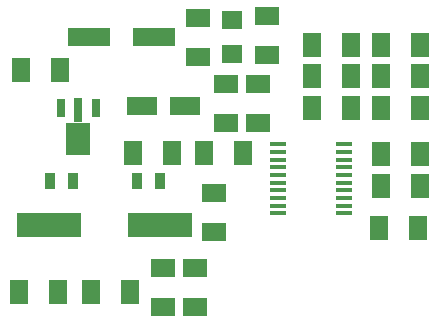
<source format=gtp>
G04 (created by PCBNEW (2013-07-07 BZR 4022)-stable) date 09/12/2013 14:31:14*
%MOIN*%
G04 Gerber Fmt 3.4, Leading zero omitted, Abs format*
%FSLAX34Y34*%
G01*
G70*
G90*
G04 APERTURE LIST*
%ADD10C,0.00393701*%
%ADD11R,0.0579X0.0165*%
%ADD12R,0.0276X0.063*%
%ADD13R,0.0276X0.0827*%
%ADD14R,0.0787X0.1083*%
%ADD15R,0.06X0.08*%
%ADD16R,0.08X0.06*%
%ADD17R,0.035X0.055*%
%ADD18R,0.2165X0.0787*%
%ADD19R,0.0709X0.0629*%
%ADD20R,0.1417X0.063*%
%ADD21R,0.1024X0.063*%
G04 APERTURE END LIST*
G54D10*
G54D11*
X35512Y-14438D03*
X35512Y-14694D03*
X35512Y-14950D03*
X35512Y-15206D03*
X37714Y-13674D03*
X35512Y-13670D03*
X35512Y-13926D03*
X35512Y-14182D03*
X37716Y-15462D03*
X37716Y-15206D03*
X37716Y-14950D03*
X37716Y-14694D03*
X37716Y-14438D03*
X37716Y-14182D03*
X35512Y-15462D03*
X37714Y-13926D03*
X35512Y-13414D03*
X35512Y-15718D03*
X37716Y-15718D03*
X37716Y-13414D03*
G54D12*
X29451Y-12192D03*
G54D13*
X28860Y-12290D03*
G54D12*
X28269Y-12192D03*
G54D14*
X28860Y-13235D03*
G54D15*
X40170Y-16220D03*
X38870Y-16220D03*
G54D16*
X31700Y-17550D03*
X31700Y-18850D03*
G54D15*
X30700Y-13700D03*
X32000Y-13700D03*
X33050Y-13700D03*
X34350Y-13700D03*
G54D16*
X32850Y-9200D03*
X32850Y-10500D03*
X32750Y-17550D03*
X32750Y-18850D03*
X33800Y-11400D03*
X33800Y-12700D03*
X35150Y-10450D03*
X35150Y-9150D03*
X33400Y-16350D03*
X33400Y-15050D03*
X34850Y-12700D03*
X34850Y-11400D03*
G54D15*
X38950Y-14800D03*
X40250Y-14800D03*
X38950Y-13750D03*
X40250Y-13750D03*
X38950Y-12200D03*
X40250Y-12200D03*
X36650Y-12200D03*
X37950Y-12200D03*
X40250Y-11150D03*
X38950Y-11150D03*
X40250Y-10100D03*
X38950Y-10100D03*
X37950Y-10100D03*
X36650Y-10100D03*
X37950Y-11150D03*
X36650Y-11150D03*
G54D17*
X27925Y-14650D03*
X28675Y-14650D03*
X31575Y-14650D03*
X30825Y-14650D03*
G54D18*
X27900Y-16100D03*
X31600Y-16100D03*
G54D19*
X34000Y-9291D03*
X34000Y-10409D03*
G54D20*
X29231Y-9842D03*
X31397Y-9842D03*
G54D21*
X32409Y-12150D03*
X30991Y-12150D03*
G54D15*
X26900Y-18350D03*
X28200Y-18350D03*
X29300Y-18350D03*
X30600Y-18350D03*
X26950Y-10950D03*
X28250Y-10950D03*
M02*

</source>
